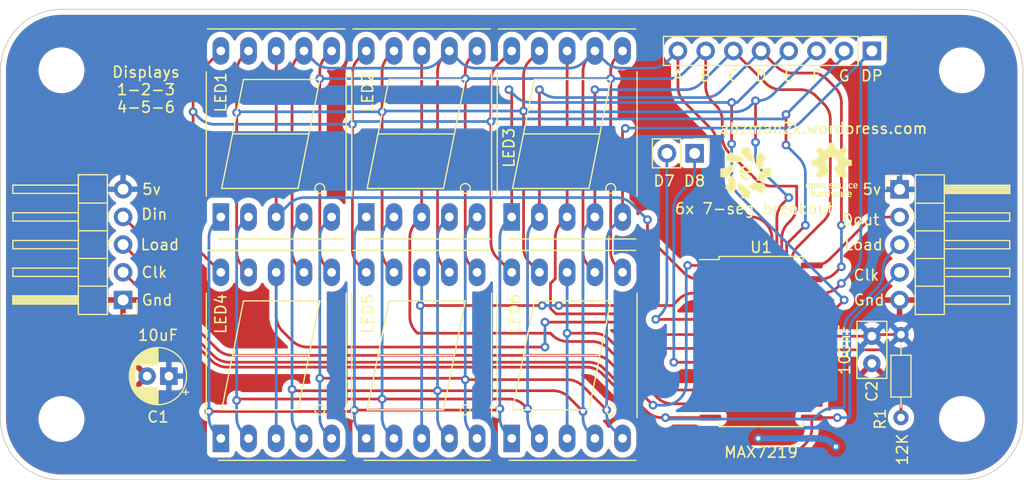
<source format=kicad_pcb>
(kicad_pcb (version 20211014) (generator pcbnew)
  (layers (0 "F.Cu" signal) (31 "B.Cu" signal) (34 "B.Paste" user) (35 "F.Paste" user) (36 "B.SilkS" user "B.Silkscreen") (37 "F.SilkS" user "F.Silkscreen") (38 "B.Mask" user) (39 "F.Mask" user) (44 "Edge.Cuts" user))
  (net 0 "")
  (net 1 "+5V")
  (net 2 "GND")
  (net 3 "/Clk")
  (net 4 "/Load")
  (net 5 "/Din")
  (net 6 "/Dout")
  (net 7 "/DP")
  (net 8 "/G")
  (net 9 "/F")
  (net 10 "/E")
  (net 11 "/D")
  (net 12 "/C")
  (net 13 "/B")
  (net 14 "/A")
  (net 15 "/D8")
  (net 16 "/D7")
  (net 17 "/D1")
  (net 18 "/D2")
  (net 19 "/D3")
  (net 20 "/D4")
  (net 21 "/D5")
  (net 22 "/D6")
  (net 23 "Net-(R1-Pad2)")
  (footprint "MountingHole:MountingHole_3.2mm_M3" (layer "F.Cu") (at 190.754 122.682)
    (fp_text reference "H2" hide)
    (fp_text value "MountingHole")
  )
  (footprint "MountingHole:MountingHole_3.2mm_M3" (layer "F.Cu") (at 190.754 90.678)
    (fp_text reference "H1" hide)
    (fp_text value "MountingHole")
  )
  (footprint "Capacitor_THT:CP_Radial_D5.0mm_P2.00mm" (layer "F.Cu") (at 118.049112 118.745 180)
    (fp_text reference "C1")
    (fp_text value "10uF")
  )
  (footprint "Display_7Segment:7SegmentLED_LTS6760_LTS6780" (layer "F.Cu") (at 136.144 104.14 90)
    (fp_text reference "LED2")
    (fp_text value "LTS-6980HR")
  )
  (footprint "MountingHole:MountingHole_3.2mm_M3" (layer "F.Cu") (at 108.204 90.678)
    (fp_text reference "H4" hide)
    (fp_text value "MountingHole")
  )
  (footprint "Connector_PinHeader_2.54mm:PinHeader_1x02_P2.54mm_Vertical" (layer "F.Cu") (at 166.248 98.298 -90)
    (fp_text reference "J4" hide)
    (fp_text value "Conn_01x02")
  )
  (footprint "Display_7Segment:7SegmentLED_LTS6760_LTS6780" (layer "F.Cu") (at 136.144 124.46 90)
    (fp_text reference "LED5")
    (fp_text value "LTS-6980HR")
  )
  (footprint "Display_7Segment:7SegmentLED_LTS6760_LTS6780" (layer "F.Cu") (at 149.479 104.14 90)
    (fp_text reference "LED3")
    (fp_text value "LTS-6980HR")
  )
  (footprint "Display_7Segment:7SegmentLED_LTS6760_LTS6780" (layer "F.Cu") (at 149.479 124.46 90)
    (fp_text reference "LED6")
    (fp_text value "LTS-6980HR")
  )
  (footprint "Resistor_THT:R_Axial_DIN0204_L3.6mm_D1.6mm_P7.62mm_Horizontal" (layer "F.Cu") (at 185.166 114.935 -90)
    (fp_text reference "R1")
    (fp_text value "12K")
  )
  (footprint "MountingHole:MountingHole_3.2mm_M3" (layer "F.Cu") (at 108.204 122.682)
    (fp_text reference "H3" hide)
    (fp_text value "MountingHole")
  )
  (footprint "Capacitor_THT:C_Disc_D5.0mm_W2.5mm_P2.50mm" (layer "F.Cu") (at 182.499 115.082 -90)
    (fp_text reference "C2")
    (fp_text value "100nF")
  )
  (footprint "Display_7Segment:7SegmentLED_LTS6760_LTS6780" (layer "F.Cu") (at 122.809 104.14 90)
    (fp_text reference "LED1")
    (fp_text value "LTS-6980HR")
  )
  (footprint "Display_7Segment:7SegmentLED_LTS6760_LTS6780" (layer "F.Cu") (at 122.809 124.46 90)
    (fp_text reference "LED4")
    (fp_text value "LTS-6980HR")
  )
  (footprint "Connector_PinHeader_2.54mm:PinHeader_1x08_P2.54mm_Vertical" (layer "F.Cu") (at 182.499 88.9 -90)
    (fp_text reference "J3" hide)
    (fp_text value "Conn_01x08")
  )
  (footprint "Connector_PinHeader_2.54mm:PinHeader_1x05_P2.54mm_Horizontal" (layer "F.Cu") (at 185.039 101.605)
    (fp_text reference "J2" hide)
    (fp_text value "Conn_01x05")
  )
  (footprint "Connector_PinHeader_2.54mm:PinHeader_1x05_P2.54mm_Horizontal" (layer "F.Cu") (at 113.849 111.755 180)
    (fp_text reference "J1" hide)
    (fp_text value "Conn_01x05")
  )
  (footprint "Package_SO:SOP-24_7.5x15.4mm_P1.27mm" (layer "F.Cu") (at 172.339 115.57)
    (fp_text reference "U1")
    (fp_text value "MAX7219")
  )
  (footprint "Evan's misc parts:Evan Logo" (layer "F.Cu") (at 170.942 100.076)
    (fp_text reference "G***" hide)
    (fp_text value "LOGO" hide)
  )
  (footprint "Evan's misc parts:OSHW gear" (layer "F.Cu") (at 178.816 99.822)
    (fp_text reference "G***" hide)
    (fp_text value "LOGO" hide)
  )
  (gr_arc (start 196.342 122.682) (mid 194.705313 126.633313) (end 190.754 128.27) (layer "Edge.Cuts") (width 0.1))
  (gr_arc (start 102.616001 90.424) (mid 104.339454 86.633803) (end 108.204 85.084231) (layer "Edge.Cuts") (width 0.1))
  (gr_arc (start 190.754 85.09) (mid 194.705313 86.726687) (end 196.342 90.678) (layer "Edge.Cuts") (width 0.1))
  (gr_line (start 102.616001 90.424) (end 102.616 122.682) (layer "Edge.Cuts") (width 0.1))
  (gr_arc (start 108.204 128.27) (mid 104.252687 126.633313) (end 102.616 122.682) (layer "Edge.Cuts") (width 0.1))
  (gr_line (start 108.204 128.27) (end 190.754 128.27) (layer "Edge.Cuts") (width 0.1))
  (gr_line (start 108.204 85.084231) (end 190.754 85.09) (layer "Edge.Cuts") (width 0.1))
  (gr_line (start 196.342 90.678) (end 196.342 122.682) (layer "Edge.Cuts") (width 0.1))
  (gr_text "DP" (at 182.499 91.186) (layer "F.SilkS") (effects (font (size 1 1))))
  (gr_text "Load" (at 181.737 106.68) (layer "F.SilkS") (effects (font (size 1 1))))
  (gr_text "5v" (at 182.499 101.6) (layer "F.SilkS") (effects (font (size 1 1))))
  (gr_text "Clk" (at 116.713 109.22) (layer "F.SilkS") (effects (font (size 1 1))))
  (gr_text "G" (at 179.959 91.186) (layer "F.SilkS") (effects (font (size 1 1))))
  (gr_text "C" (at 169.799 91.186) (layer "F.SilkS") (effects (font (size 1 1))))
  (gr_text "B" (at 167.259 91.186) (layer "F.SilkS") (effects (font (size 1 1))))
  (gr_text "Din" (at 116.713 103.886) (layer "F.SilkS") (effects (font (size 1 1))))
  (gr_text "abzman2k.wordpress.com" (at 178.054 96.012) (layer "F.SilkS") (effects (font (size 1 1))))
  (gr_text "A" (at 164.719 91.186) (layer "F.SilkS") (effects (font (size 1 1))))
  (gr_text "Dout" (at 181.483 104.394) (layer "F.SilkS") (effects (font (size 1 1))))
  (gr_text "Gnd" (at 116.967 111.76) (layer "F.SilkS") (effects (font (size 1 1))))
  (gr_text "E" (at 174.879 91.186) (layer "F.SilkS") (effects (font (size 1 1))))
  (gr_text "D7" (at 163.449 100.838) (layer "F.SilkS") (effects (font (size 1 1))))
  (gr_text "D" (at 172.339 91.186) (layer "F.SilkS") (effects (font (size 1 1))))
  (gr_text "Displays\n1-2-3\n4-5-6" (at 115.951 92.456) (layer "F.SilkS") (effects (font (size 1 1))))
  (gr_text "Load" (at 117.221 106.68) (layer "F.SilkS") (effects (font (size 1 1))))
  (gr_text "F" (at 177.419 91.186) (layer "F.SilkS") (effects (font (size 1 1))))
  (gr_text "5v" (at 116.459 101.6) (layer "F.SilkS") (effects (font (size 1 1))))
  (gr_text "Clk" (at 181.991 109.474) (layer "F.SilkS") (effects (font (size 1 1))))
  (gr_text "D8" (at 166.243 100.838) (layer "F.SilkS") (effects (font (size 1 1))))
  (gr_text "Gnd" (at 182.245 111.76) (layer "F.SilkS") (effects (font (size 1 1))))
  (gr_text "6x 7-seg breakout" (at 171.704 103.378) (layer "F.SilkS") (effects (font (size 1 1))))
  (segment (start 182.753 115.082) (end 177.136 115.082) (width 0.25) (layer "F.Cu") (net 1))
  (segment (start 185.166 114.935) (end 182.9 114.935) (width 0.25) (layer "F.Cu") (net 1))
  (segment (start 182.9 114.935) (end 182.753 115.082) (width 0.25) (layer "F.Cu") (net 1))
  (segment (start 177.136 115.082) (end 176.989 114.935) (width 0.25) (layer "F.Cu") (net 1))
  (via (at 172.085 124.46) (size 0.8) (drill 0.4) (layers "F.Cu" "B.Cu") (net 2))
  (via (at 179.197 125.222) (size 0.8) (drill 0.4) (layers "F.Cu" "B.Cu") (net 2))
  (segment (start 179.020787 125.045787) (end 179.197 125.222) (width 0.6) (layer "B.Cu") (net 2))
  (segment (start 172.085 124.46) (end 177.606573 124.46) (width 0.6) (layer "B.Cu") (net 2))
  (arc (start 177.606573 124.46) (mid 178.37194 124.612241) (end 179.020787 125.045787) (width 0.6) (layer "B.Cu") (net 2))
  (segment (start 176.989 122.555) (end 176.989 123.553573) (width 0.25) (layer "F.Cu") (net 3))
  (segment (start 156.335573 117.921) (end 123.383427 117.921) (width 0.25) (layer "F.Cu") (net 3))
  (segment (start 176.403213 124.967787) (end 176.226786 125.144214) (width 0.25) (layer "F.Cu") (net 3))
  (segment (start 164.387213 125.144213) (end 157.749786 118.506786) (width 0.25) (layer "F.Cu") (net 3))
  (segment (start 121.969213 117.335213) (end 113.849 109.215) (width 0.25) (layer "F.Cu") (net 3))
  (segment (start 174.812573 125.73) (end 165.801427 125.73) (width 0.25) (layer "F.Cu") (net 3))
  (segment (start 176.989 122.555) (end 179.324 122.555) (width 0.25) (layer "F.Cu") (net 3))
  (via (at 179.324 122.555) (size 0.8) (drill 0.4) (layers "F.Cu" "B.Cu") (net 3))
  (arc (start 165.801427 125.73) (mid 165.03606 125.577759) (end 164.387213 125.144213) (width 0.25) (layer "F.Cu") (net 3))
  (arc (start 176.226786 125.144214) (mid 175.57794 125.577759) (end 174.812573 125.73) (width 0.25) (layer "F.Cu") (net 3))
  (arc (start 123.383427 117.921) (mid 122.61806 117.768759) (end 121.969213 117.335213) (width 0.25) (layer "F.Cu") (net 3))
  (arc (start 176.989 123.553573) (mid 176.836759 124.31894) (end 176.403213 124.967787) (width 0.25) (layer "F.Cu") (net 3))
  (arc (start 156.335573 117.921) (mid 157.10094 118.073241) (end 157.749786 118.506786) (width 0.25) (layer "F.Cu") (net 3))
  (segment (start 185.039 109.225) (end 181.052786 113.211214) (width 0.25) (layer "B.Cu") (net 3))
  (segment (start 180.467 114.625427) (end 180.467 122.428) (width 0.25) (layer "B.Cu") (net 3))
  (segment (start 180.34 122.555) (end 179.324 122.555) (width 0.25) (layer "B.Cu") (net 3))
  (segment (start 180.467 122.428) (end 180.34 122.555) (width 0.25) (layer "B.Cu") (net 3))
  (arc (start 181.052786 113.211214) (mid 180.619241 113.86006) (end 180.467 114.625427) (width 0.25) (layer "B.Cu") (net 3))
  (segment (start 122.155411 116.885693) (end 116.123286 110.853568) (width 0.25) (layer "F.Cu") (net 4))
  (segment (start 167.689 122.555) (end 163.576 122.555) (width 0.25) (layer "F.Cu") (net 4))
  (segment (start 114.951713 107.777713) (end 113.849 106.675) (width 0.25) (layer "F.Cu") (net 4))
  (segment (start 156.521771 117.47148) (end 123.569625 117.47148) (width 0.25) (layer "F.Cu") (net 4))
  (segment (start 115.5375 109.439355) (end 115.5375 109.191927) (width 0.25) (layer "F.Cu") (net 4))
  (segment (start 161.847931 121.969213) (end 157.935984 118.057266) (width 0.25) (layer "F.Cu") (net 4))
  (segment (start 163.576 122.555) (end 163.262145 122.555) (width 0.25) (layer "F.Cu") (net 4))
  (via (at 163.576 122.555) (size 0.8) (drill 0.4) (layers "F.Cu" "B.Cu") (net 4))
  (arc (start 163.262145 122.555) (mid 162.496778 122.402759) (end 161.847931 121.969213) (width 0.25) (layer "F.Cu") (net 4))
  (arc (start 122.155411 116.885693) (mid 122.804258 117.319239) (end 123.569625 117.47148) (width 0.25) (layer "F.Cu") (net 4))
  (arc (start 116.123286 110.853568) (mid 115.689741 110.204722) (end 115.5375 109.439355) (width 0.25) (layer "F.Cu") (net 4))
  (arc (start 115.5375 109.191927) (mid 115.385259 108.42656) (end 114.951713 107.777713) (width 0.25) (layer "F.Cu") (net 4))
  (arc (start 156.521771 117.47148) (mid 157.287138 117.623721) (end 157.935984 118.057266) (width 0.25) (layer "F.Cu") (net 4))
  (segment (start 179.959 114.49771) (end 179.959 121.666) (width 0.25) (layer "B.Cu") (net 4))
  (segment (start 177.595213 122.251787) (end 177.419 122.428) (width 0.25) (layer "B.Cu") (net 4))
  (segment (start 177.165 122.682) (end 163.703 122.682) (width 0.25) (layer "B.Cu") (net 4))
  (segment (start 182.929214 110.699068) (end 180.544786 113.083497) (width 0.25) (layer "B.Cu") (net 4))
  (segment (start 177.419 122.428) (end 177.165 122.682) (width 0.25) (layer "B.Cu") (net 4))
  (segment (start 185.039 106.685) (end 184.100786 107.623214) (width 0.25) (layer "B.Cu") (net 4))
  (segment (start 179.959 121.666) (end 179.009427 121.666) (width 0.25) (layer "B.Cu") (net 4))
  (segment (start 183.515 109.037427) (end 183.515 109.284855) (width 0.25) (layer "B.Cu") (net 4))
  (arc (start 183.515 109.284855) (mid 183.362759 110.050222) (end 182.929214 110.699068) (width 0.25) (layer "B.Cu") (net 4))
  (arc (start 180.544786 113.083497) (mid 180.111241 113.732343) (end 179.959 114.49771) (width 0.25) (layer "B.Cu") (net 4))
  (arc (start 184.100786 107.623214) (mid 183.667241 108.27206) (end 183.515 109.037427) (width 0.25) (layer "B.Cu") (net 4))
  (arc (start 177.595213 122.251787) (mid 178.24406 121.818241) (end 179.009427 121.666) (width 0.25) (layer "B.Cu") (net 4))
  (segment (start 162.433 121.412) (end 158.446786 117.425786) (width 0.25) (layer "F.Cu") (net 5))
  (segment (start 114.824713 105.110713) (end 113.849 104.135) (width 0.25) (layer "F.Cu") (net 5))
  (segment (start 115.523572 106.760572) (end 115.4105 106.6475) (width 0.25) (layer "F.Cu") (net 5))
  (segment (start 115.4105 106.6475) (end 115.4105 106.524927) (width 0.25) (layer "F.Cu") (net 5))
  (segment (start 167.689 108.585) (end 165.608 108.585) (width 0.25) (layer "F.Cu") (net 5))
  (segment (start 157.032573 116.84) (end 123.891427 116.84) (width 0.25) (layer "F.Cu") (net 5))
  (segment (start 122.477213 116.254213) (end 116.695145 110.472145) (width 0.25) (layer "F.Cu") (net 5))
  (segment (start 116.109359 109.057932) (end 116.109359 108.174786) (width 0.25) (layer "F.Cu") (net 5))
  (via (at 165.608 108.585) (size 0.8) (drill 0.4) (layers "F.Cu" "B.Cu") (net 5))
  (via (at 162.433 121.412) (size 0.8) (drill 0.4) (layers "F.Cu" "B.Cu") (net 5))
  (arc (start 114.824713 105.110713) (mid 115.258259 105.75956) (end 115.4105 106.524927) (width 0.25) (layer "F.Cu") (net 5))
  (arc (start 157.032573 116.84) (mid 157.79794 116.992241) (end 158.446786 117.425786) (width 0.25) (layer "F.Cu") (net 5))
  (arc (start 115.523572 106.760572) (mid 115.957118 107.409419) (end 116.109359 108.174786) (width 0.25) (layer "F.Cu") (net 5))
  (arc (start 116.109359 109.057932) (mid 116.2616 109.823299) (end 116.695145 110.472145) (width 0.25) (layer "F.Cu") (net 5))
  (arc (start 123.891427 116.84) (mid 123.12606 116.687759) (end 122.477213 116.254213) (width 0.25) (layer "F.Cu") (net 5))
  (segment (start 165.481 108.712) (end 165.481 119.412) (width 0.25) (layer "B.Cu") (net 5))
  (segment (start 165.608 108.585) (end 165.481 108.712) (width 0.25) (layer "B.Cu") (net 5))
  (segment (start 163.481 121.412) (end 162.433 121.412) (width 0.25) (layer "B.Cu") (net 5))
  (arc (start 165.481 119.412) (mid 164.895214 120.826214) (end 163.481 121.412) (width 0.25) (layer "B.Cu") (net 5))
  (segment (start 178.639787 107.999213) (end 181.908214 104.730786) (width 0.25) (layer "F.Cu") (net 6))
  (segment (start 183.322427 104.145) (end 185.039 104.145) (width 0.25) (layer "F.Cu") (net 6))
  (segment (start 176.989 108.585) (end 177.225573 108.585) (width 0.25) (layer "F.Cu") (net 6))
  (arc (start 181.908214 104.730786) (mid 182.55706 104.297241) (end 183.322427 104.145) (width 0.25) (layer "F.Cu") (net 6))
  (arc (start 178.639787 107.999213) (mid 177.99094 108.432759) (end 177.225573 108.585) (width 0.25) (layer "F.Cu") (net 6))
  (segment (start 131.88248 118.94252) (end 145.09048 118.94252) (width 0.25) (layer "F.Cu") (net 7))
  (segment (start 159.893 96.012) (end 159.639 96.266) (width 0.25) (layer "F.Cu") (net 7))
  (segment (start 145.21748 119.06952) (end 154.577133 119.06952) (width 0.25) (layer "F.Cu") (net 7))
  (segment (start 179.401787 110.539213) (end 179.705 110.236) (width 0.25) (layer "F.Cu") (net 7))
  (segment (start 159.639 96.266) (end 159.639 104.14) (width 0.25) (layer "F.Cu") (net 7))
  (segment (start 145.09048 118.94252) (end 145.21748 119.06952) (width 0.25) (layer "F.Cu") (net 7))
  (segment (start 176.989 111.125) (end 177.987573 111.125) (width 0.25) (layer "F.Cu") (net 7))
  (segment (start 155.991347 119.655307) (end 158.18552 121.84948) (width 0.25) (layer "F.Cu") (net 7))
  (via (at 158.18552 121.84948) (size 0.8) (drill 0.4) (layers "F.Cu" "B.Cu") (net 7))
  (via (at 145.21748 119.06952) (size 0.8) (drill 0.4) (layers "F.Cu" "B.Cu") (net 7))
  (via (at 179.705 110.236) (size 0.8) (drill 0.4) (layers "F.Cu" "B.Cu") (net 7))
  (via (at 159.893 96.012) (size 0.8) (drill 0.4) (layers "F.Cu" "B.Cu") (net 7))
  (via (at 131.88248 118.94252) (size 0.8) (drill 0.4) (layers "F.Cu" "B.Cu") (net 7))
  (arc (start 154.577133 119.06952) (mid 155.3425 119.221761) (end 155.991347 119.655307) (width 0.25) (layer "F.Cu") (net 7))
  (arc (start 177.987573 111.125) (mid 178.75294 110.972759) (end 179.401787 110.539213) (width 0.25) (layer "F.Cu") (net 7))
  (segment (start 131.88248 118.94252) (end 131.88248 122.545053) (width 0.25) (layer "B.Cu") (net 7))
  (segment (start 159.924511 95.980489) (end 159.893 96.012) (width 0.25) (layer "B.Cu") (net 7))
  (segment (start 174.590084 95.980489) (end 159.924511 95.980489) (width 0.25) (layer "B.Cu") (net 7))
  (segment (start 132.468267 123.959267) (end 132.969 124.46) (width 0.25) (layer "B.Cu") (net 7))
  (segment (start 158.18552 121.84948) (end 158.18552 122.178093) (width 0.25) (layer "B.Cu") (net 7))
  (segment (start 145.803267 104.640733) (end 146.304 104.14) (width 0.25) (layer "B.Cu") (net 7))
  (segment (start 179.705 110.236) (end 180.897214 109.043786) (width 0.25) (layer "B.Cu") (net 7))
  (segment (start 182.499 88.9) (end 181.483 89.916) (width 0.25) (layer "B.Cu") (net 7))
  (segment (start 145.21748 122.545053) (end 145.21748 119.06952) (width 0.25) (layer "B.Cu") (net 7))
  (segment (start 131.88248 106.054947) (end 131.88248 118.94252) (width 0.25) (layer "B.Cu") (net 7))
  (segment (start 159.639 104.14) (end 158.771306 105.007694) (width 0.25) (layer "B.Cu") (net 7))
  (segment (start 181.483 107.629573) (end 181.483 89.916) (width 0.25) (layer "B.Cu") (net 7))
  (segment (start 146.304 124.46) (end 145.803266 123.959266) (width 0.25) (layer "B.Cu") (net 7))
  (segment (start 181.483 89.916) (end 176.004297 95.394703) (width 0.25) (layer "B.Cu") (net 7))
  (segment (start 158.771307 123.592307) (end 159.639 124.46) (width 0.25) (layer "B.Cu") (net 7))
  (segment (start 145.21748 119.06952) (end 145.21748 106.054947) (width 0.25) (layer "B.Cu") (net 7))
  (segment (start 158.18552 106.421907) (end 158.18552 121.84948) (width 0.25) (layer "B.Cu") (net 7))
  (segment (start 132.969 104.14) (end 132.468266 104.640734) (width 0.25) (layer "B.Cu") (net 7))
  (arc (start 176.004297 95.394703) (mid 175.355451 95.828248) (end 174.590084 95.980489) (width 0.25) (layer "B.Cu") (net 7))
  (arc (start 145.803267 104.640733) (mid 145.369721 105.28958) (end 145.21748 106.054947) (width 0.25) (layer "B.Cu") (net 7))
  (arc (start 180.897214 109.043786) (mid 181.330759 108.39494) (end 181.483 107.629573) (width 0.25) (layer "B.Cu") (net 7))
  (arc (start 145.803266 123.959266) (mid 145.369721 123.31042) (end 145.21748 122.545053) (width 0.25) (layer "B.Cu") (net 7))
  (arc (start 158.18552 122.178093) (mid 158.337761 122.94346) (end 158.771307 123.592307) (width 0.25) (layer "B.Cu") (net 7))
  (arc (start 132.468266 104.640734) (mid 132.034721 105.28958) (end 131.88248 106.054947) (width 0.25) (layer "B.Cu") (net 7))
  (arc (start 132.468267 123.959267) (mid 132.034721 123.31042) (end 131.88248 122.545053) (width 0.25) (layer "B.Cu") (net 7))
  (arc (start 158.771306 105.007694) (mid 158.337761 105.65654) (end 158.18552 106.421907) (width 0.25) (layer "B.Cu") (net 7))
  (segment (start 120.269 94.488) (end 120.269 92.268427) (width 0.25) (layer "F.Cu") (net 8))
  (segment (start 134.874 107.121573) (end 134.874 95.631) (width 0.25) (layer "F.Cu") (net 8))
  (segment (start 149.479 109.22) (end 148.159786 107.900786) (width 0.25) (layer "F.Cu") (net 8))
  (segment (start 147.574 94.107) (end 147.574 91.633427) (width 0.25) (layer "F.Cu") (net 8))
  (segment (start 174.68348 106.87552) (end 174.68348 106.62152) (width 0.25) (layer "F.Cu") (net 8))
  (segment (start 120.269 105.851573) (end 120.269 94.488) (width 0.25) (layer "F.Cu") (net 8))
  (segment (start 176.605606 117.475) (end 175.269266 116.13866) (width 0.25) (layer "F.Cu") (net 8))
  (segment (start 174.68348 107.255802) (end 174.68348 106.87552) (width 0.25) (layer "F.Cu") (net 8))
  (segment (start 122.809 109.22) (end 120.854786 107.265786) (width 0.25) (layer "F.Cu") (net 8))
  (segment (start 136.144 109.22) (end 135.459786 108.535786) (width 0.25) (layer "F.Cu") (net 8))
  (segment (start 148.159787 90.219213) (end 149.479 88.9) (width 0.25) (layer "F.Cu") (net 8))
  (segment (start 120.854787 90.854213) (end 122.809 88.9) (width 0.25) (layer "F.Cu") (net 8))
  (segment (start 174.68348 106.62152) (end 176.403 104.902) (width 0.25) (layer "F.Cu") (net 8))
  (segment (start 174.625 94.742) (end 174.625 97.536) (width 0.25) (layer "F.Cu") (net 8))
  (segment (start 147.574 106.486573) (end 147.574 95.377) (width 0.25) (layer "F.Cu") (net 8))
  (segment (start 147.574 95.377) (end 147.574 94.107) (width 0.25) (layer "F.Cu") (net 8))
  (segment (start 134.874 95.631) (end 134.874 90.998427) (width 0.25) (layer "F.Cu") (net 8))
  (segment (start 176.989 117.475) (end 176.605606 117.475) (width 0.25) (layer "F.Cu") (net 8))
  (segment (start 174.68348 114.724447) (end 174.68348 107.255802) (width 0.25) (layer "F.Cu") (net 8))
  (segment (start 135.459787 89.584213) (end 136.144 88.9) (width 0.25) (layer "F.Cu") (net 8))
  (via (at 120.269 94.488) (size 0.8) (drill 0.4) (layers "F.Cu" "B.Cu") (net 8))
  (via (at 174.625 97.536) (size 0.8) (drill 0.4) (layers "F.Cu" "B.Cu") (net 8))
  (via (at 134.874 95.631) (size 0.8) (drill 0.4) (layers "F.Cu" "B.Cu") (net 8))
  (via (at 176.403 104.902) (size 0.8) (drill 0.4) (layers "F.Cu" "B.Cu") (net 8))
  (via (at 174.625 94.742) (size 0.8) (drill 0.4) (layers "F.Cu" "B.Cu") (net 8))
  (via (at 147.574 95.377) (size 0.8) (drill 0.4) (layers "F.Cu" "B.Cu") (net 8))
  (arc (start 148.159786 107.900786) (mid 147.726241 107.25194) (end 147.574 106.486573) (width 0.25) (layer "F.Cu") (net 8))
  (arc (start 134.874 90.998427) (mid 135.026241 90.23306) (end 135.459787 89.584213) (width 0.25) (layer "F.Cu") (net 8))
  (arc (start 175.269266 116.13866) (mid 174.835721 115.489814) (end 174.68348 114.724447) (width 0.25) (layer "F.Cu") (net 8))
  (arc (start 120.269 92.268427) (mid 120.421241 91.50306) (end 120.854787 90.854213) (width 0.25) (layer "F.Cu") (net 8))
  (arc (start 120.269 105.851573) (mid 120.421241 106.61694) (end 120.854786 107.265786) (width 0.25) (layer "F.Cu") (net 8))
  (arc (start 134.874 107.121573) (mid 135.026241 107.88694) (end 135.459786 108.535786) (width 0.25) (layer "F.Cu") (net 8))
  (arc (start 147.574 91.633427) (mid 147.726241 90.86806) (end 148.159787 90.219213) (width 0.25) (layer "F.Cu") (net 8))
  (segment (start 179.959 89.408) (end 179.959 88.9) (width 0.25) (layer "B.Cu") (net 8))
  (segment (start 175.817213 98.728213) (end 174.625 97.536) (width 0.25) (layer "B.Cu") (net 8))
  (segment (start 174.352 95.142) (end 147.809 95.142) (width 0.25) (layer "B.Cu") (net 8))
  (segment (start 135.128 95.377) (end 147.574 95.377) (width 0.25) (layer "B.Cu") (net 8))
  (segment (start 176.403 104.902) (end 176.403 100.142427) (width 0.25) (layer "B.Cu") (net 8))
  (segment (start 174.625 94.742) (end 174.625 94.869) (width 0.25) (layer "B.Cu") (net 8))
  (segment (start 174.625 94.869) (end 174.352 95.142) (width 0.25) (layer "B.Cu") (net 8))
  (segment (start 134.874 95.631) (end 122.240427 95.631) (width 0.25) (layer "B.Cu") (net 8))
  (segment (start 134.874 95.631) (end 135.128 95.377) (width 0.25) (layer "B.Cu") (net 8))
  (segment (start 174.625 94.742) (end 179.959 89.408) (width 0.25) (layer "B.Cu") (net 8))
  (segment (start 120.826213 95.045213) (end 120.269 94.488) (width 0.25) (layer "B.Cu") (net 8))
  (segment (start 147.809 95.142) (end 147.574 95.377) (width 0.25) (layer "B.Cu") (net 8))
  (arc (start 176.403 100.142427) (mid 176.250759 99.37706) (end 175.817213 98.728213) (width 0.25) (layer "B.Cu") (net 8))
  (arc (start 122.240427 95.631) (mid 121.47506 95.478759) (end 120.826213 95.045213) (width 0.25) (layer "B.Cu") (net 8))
  (segment (start 151.151298 108.352298) (end 152.019 109.22) (width 0.25) (layer "F.Cu") (net 9))
  (segment (start 138.684 88.9) (end 138.183266 89.400734) (width 0.25) (layer "F.Cu") (net 9))
  (segment (start 173.78444 116.365407) (end 173.78444 104.284987) (width 0.25) (layer "F.Cu") (net 9))
  (segment (start 176.605606 120.015) (end 174.370226 117.77962) (width 0.25) (layer "F.Cu") (net 9))
  (segment (start 124.26248 94.55852) (end 124.26248 107.305053) (width 0.25) (layer "F.Cu") (net 9))
  (segment (start 174.370227 102.870773) (end 174.879 102.362) (width 0.25) (layer "F.Cu") (net 9))
  (segment (start 124.26248 90.814947) (end 124.26248 94.55852) (width 0.25) (layer "F.Cu") (net 9))
  (segment (start 150.565511 91.181916) (end 150.565511 94.417489) (width 0.25) (layer "F.Cu") (net 9))
  (segment (start 137.59748 90.814947) (end 137.59748 94.93952) (width 0.25) (layer "F.Cu") (net 9))
  (segment (start 150.565511 94.417489) (end 150.565511 106.938084) (width 0.25) (layer "F.Cu") (net 9))
  (segment (start 124.848267 108.719267) (end 125.349 109.22) (width 0.25) (layer "F.Cu") (net 9))
  (segment (start 137.59748 94.93952) (end 137.59748 107.305053) (width 0.25) (layer "F.Cu") (net 9))
  (segment (start 125.349 88.9) (end 124.848266 89.400734) (width 0.25) (layer "F.Cu") (net 9))
  (segment (start 176.989 120.015) (end 176.605606 120.015) (width 0.25) (layer "F.Cu") (net 9))
  (segment (start 152.019 88.9) (end 151.151297 89.767703) (width 0.25) (layer "F.Cu") (net 9))
  (segment (start 171.831 93.472) (end 171.831 97.282) (width 0.25) (layer "F.Cu") (net 9))
  (segment (start 138.183267 108.719267) (end 138.684 109.22) (width 0.25) (layer "F.Cu") (net 9))
  (via (at 174.879 102.362) (size 0.8) (drill 0.4) (layers "F.Cu" "B.Cu") (net 9))
  (via (at 137.59748 94.488) (size 0.8) (drill 0.4) (layers "F.Cu" "B.Cu") (net 9))
  (via (at 150.565511 94.417489) (size 0.8) (drill 0.4) (layers "F.Cu" "B.Cu") (net 9))
  (via (at 171.831 97.282) (size 0.8) (drill 0.4) (layers "F.Cu" "B.Cu") (net 9))
  (via (at 124.26248 94.55852) (size 0.8) (drill 0.4) (layers "F.Cu" "B.Cu") (net 9))
  (via (at 171.831 93.472) (size 0.8) (drill 0.4) (layers "F.Cu" "B.Cu") (net 9))
  (arc (start 124.26248 107.305053) (mid 124.414721 108.07042) (end 124.848267 108.719267) (width 0.25) (layer "F.Cu") (net 9))
  (arc (start 124.26248 90.814947) (mid 124.414721 90.04958) (end 124.848266 89.400734) (width 0.25) (layer "F.Cu") (net 9))
  (arc (start 173.78444 116.365407) (mid 173.936681 117.130774) (end 174.370226 117.77962) (width 0.25) (layer "F.Cu") (net 9))
  (arc (start 150.565511 106.938084) (mid 150.717752 107.703451) (end 151.151298 108.352298) (width 0.25) (layer "F.Cu") (net 9))
  (arc (start 137.59748 90.814947) (mid 137.749721 90.04958) (end 138.183266 89.400734) (width 0.25) (layer "F.Cu") (net 9))
  (arc (start 150.565511 91.181916) (mid 150.717752 90.416549) (end 151.151297 89.767703) (width 0.25) (layer "F.Cu") (net 9))
  (arc (start 174.370227 102.870773) (mid 173.936681 103.51962) (end 173.78444 104.284987) (width 0.25) (layer "F.Cu") (net 9))
  (arc (start 137.59748 107.305053) (mid 137.749721 108.07042) (end 138.183267 108.719267) (width 0.25) (layer "F.Cu") (net 9))
  (segment (start 137.59748 94.488) (end 124.333 94.488) (width 0.25) (layer "B.Cu") (net 9))
  (segment (start 177.419 88.9) (end 173.432786 92.886214) (width 0.25) (layer "B.Cu") (net 9))
  (segment (start 171.831 98.485573) (end 171.831 97.282) (width 0.25) (layer "B.Cu") (net 9))
  (segment (start 124.333 94.488) (end 124.26248 94.55852) (width 0.25) (layer "B.Cu") (net 9))
  (segment (start 171.831 93.472) (end 172.018573 93.472) (width 0.25) (layer "B.Cu") (net 9))
  (segment (start 150.565511 94.417489) (end 137.667991 94.417489) (width 0.25) (layer "B.Cu") (net 9))
  (segment (start 171.400787 93.902213) (end 171.831 93.472) (width 0.25) (layer "B.Cu") (net 9))
  (segment (start 137.667991 94.417489) (end 137.59748 94.488) (width 0.25) (layer "B.Cu") (net 9))
  (segment (start 169.986573 94.488) (end 150.749 94.488) (width 0.25) (layer "B.Cu") (net 9))
  (segment (start 174.879 102.362) (end 172.416786 99.899786) (width 0.25) (layer "B.Cu") (net 9))
  (arc (start 173.432786 92.886214) (mid 172.78394 93.319759) (end 172.018573 93.472) (width 0.25) (layer "B.Cu") (net 9))
  (arc (start 171.831 98.485573) (mid 171.983241 99.25094) (end 172.416786 99.899786) (width 0.25) (layer "B.Cu") (net 9))
  (arc (start 169.986573 94.488) (mid 170.75194 94.335759) (end 171.400787 93.902213) (width 0.25) (layer "B.Cu") (net 9))
  (segment (start 121.72248 121.99052) (end 134.93048 121.99052) (width 0.25) (layer "F.Cu") (net 10))
  (segment (start 149.479 92.71) (end 149.479 104.14) (width 0.25) (layer "F.Cu") (net 10))
  (segment (start 135.05748 121.86352) (end 148.26548 121.86352) (width 0.25) (layer "F.Cu") (net 10))
  (segment (start 169.640969 93.630031) (end 169.640969 97.440031) (width 0.25) (layer "F.Cu") (net 10))
  (segment (start 149.225 92.456) (end 149.479 92.71) (width 0.25) (layer "F.Cu") (net 10))
  (segment (start 134.93048 121.99052) (end 135.05748 121.86352) (width 0.25) (layer "F.Cu") (net 10))
  (segment (start 179.07 112.395) (end 179.324 112.395) (width 0.25) (layer "F.Cu") (net 10))
  (segment (start 148.26548 121.86352) (end 148.39248 121.73652) (width 0.25) (layer "F.Cu") (net 10))
  (segment (start 179.324 112.395) (end 179.959 111.76) (width 0.25) (layer "F.Cu") (net 10))
  (segment (start 176.989 112.395) (end 179.07 112.395) (width 0.25) (layer "F.Cu") (net 10))
  (via (at 135.05748 121.86352) (size 0.8) (drill 0.4) (layers "F.Cu" "B.Cu") (net 10))
  (via (at 169.640969 93.630031) (size 0.8) (drill 0.4) (layers "F.Cu" "B.Cu") (net 10))
  (via (at 179.959 111.76) (size 0.8) (drill 0.4) (layers "F.Cu" "B.Cu") (net 10))
  (via (at 149.225 92.456) (size 0.8) (drill 0.4) (layers "F.Cu" "B.Cu") (net 10))
  (via (at 169.640969 97.440031) (size 0.8) (drill 0.4) (layers "F.Cu" "B.Cu") (net 10))
  (via (at 121.72248 121.99052) (size 0.8) (drill 0.4) (layers "F.Cu" "B.Cu") (net 10))
  (via (at 148.39248 121.73652) (size 0.8) (drill 0.4) (layers "F.Cu" "B.Cu") (net 10))
  (segment (start 121.72248 106.054947) (end 121.72248 121.99052) (width 0.25) (layer "B.Cu") (net 10))
  (segment (start 169.640969 100.613542) (end 169.640969 97.440031) (width 0.25) (layer "B.Cu") (net 10))
  (segment (start 148.39248 121.73652) (end 148.39248 122.545053) (width 0.25) (layer "B.Cu") (net 10))
  (segment (start 169.640969 93.630031) (end 151.227458 93.630031) (width 0.25) (layer "B.Cu") (net 10))
  (segment (start 135.05748 121.86352) (end 135.05748 122.545053) (width 0.25) (layer "B.Cu") (net 10))
  (segment (start 135.643267 123.959267) (end 136.144 124.46) (width 0.25) (layer "B.Cu") (net 10))
  (segment (start 179.959 111.76) (end 170.226755 102.027755) (width 0.25) (layer "B.Cu") (net 10))
  (segment (start 174.879 88.9) (end 170.148969 93.630031) (width 0.25) (layer "B.Cu") (net 10))
  (segment (start 135.05748 106.054947) (end 135.05748 121.86352) (width 0.25) (layer "B.Cu") (net 10))
  (segment (start 122.308267 123.959267) (end 122.809 124.46) (width 0.25) (layer "B.Cu") (net 10))
  (segment (start 149.479 104.14) (end 148.978266 104.640734) (width 0.25) (layer "B.Cu") (net 10))
  (segment (start 149.813244 93.044244) (end 149.225 92.456) (width 0.25) (layer "B.Cu") (net 10))
  (segment (start 148.39248 106.054947) (end 148.39248 121.73652) (width 0.25) (layer "B.Cu") (net 10))
  (segment (start 122.809 104.14) (end 122.308266 104.640734) (width 0.25) (layer "B.Cu") (net 10))
  (segment (start 170.148969 93.630031) (end 169.640969 93.630031) (width 0.25) (layer "B.Cu") (net 10))
  (segment (start 148.978267 123.959267) (end 149.479 124.46) (width 0.25) (layer "B.Cu") (net 10))
  (segment (start 136.144 104.14) (end 135.643266 104.640734) (width 0.25) (layer "B.Cu") (net 10))
  (segment (start 121.72248 121.99052) (end 121.72248 122.545053) (width 0.25) (layer "B.Cu") (net 10))
  (arc (start 148.978266 104.640734) (mid 148.544721 105.28958) (end 148.39248 106.054947) (width 0.25) (layer "B.Cu") (net 10))
  (arc (start 148.39248 122.545053) (mid 148.544721 123.31042) (end 148.978267 123.959267) (width 0.25) (layer "B.Cu") (net 10))
  (arc (start 151.227458 93.630031) (mid 150.462091 93.47779) (end 149.813244 93.044244) (width 0.25) (layer "B.Cu") (net 10))
  (arc (start 169.640969 100.613542) (mid 169.79321 101.378909) (end 170.226755 102.027755) (width 0.25) (layer "B.Cu") (net 10))
  (arc (start 135.05748 106.054947) (mid 135.209721 105.28958) (end 135.643266 104.640734) (width 0.25) (layer "B.Cu") (net 10))
  (arc (start 122.308267 123.959267) (mid 121.874721 123.31042) (end 121.72248 122.545053) (width 0.25) (layer "B.Cu") (net 10))
  (arc (start 121.72248 106.054947) (mid 121.874721 105.28958) (end 122.308266 104.640734) (width 0.25) (layer "B.Cu") (net 10))
  (arc (start 135.05748 122.545053) (mid 135.209721 123.31042) (end 135.643267 123.959267) (width 0.25) (layer "B.Cu") (net 10))
  (segment (start 176.989 109.855) (end 177.733573 109.855) (width 0.25) (layer "F.Cu") (net 11))
  (segment (start 137.59748 120.84752) (end 124.38948 120.84752) (width 0.25) (layer "F.Cu") (net 11))
  (segment (start 149.215053 120.84752) (end 137.59748 120.84752) (width 0.25) (layer "F.Cu") (net 11))
  (segment (start 175.199427 90.932) (end 176.971573 90.932) (width 0.25) (layer "F.Cu") (net 11))
  (segment (start 124.38948 120.84752) (end 124.26248 120.97452) (width 0.25) (layer "F.Cu") (net 11))
  (segment (start 179.705 93.665427) (end 179.705 104.902) (width 0.25) (layer "F.Cu") (net 11))
  (segment (start 172.339 88.9) (end 173.785214 90.346214) (width 0.25) (layer "F.Cu") (net 11))
  (segment (start 179.147787 109.269213) (end 179.705 108.712) (width 0.25) (layer "F.Cu") (net 11))
  (segment (start 150.93248 121.73652) (end 150.629266 121.433306) (width 0.25) (layer "F.Cu") (net 11))
  (segment (start 178.385787 91.517787) (end 179.119214 92.251214) (width 0.25) (layer "F.Cu") (net 11))
  (segment (start 152.019 92.456) (end 152.019 104.14) (width 0.25) (layer "F.Cu") (net 11))
  (via (at 137.59748 120.84752) (size 0.8) (drill 0.4) (layers "F.Cu" "B.Cu") (net 11))
  (via (at 124.26248 120.97452) (size 0.8) (drill 0.4) (layers "F.Cu" "B.Cu") (net 11))
  (via (at 150.93248 121.73652) (size 0.8) (drill 0.4) (layers "F.Cu" "B.Cu") (net 11))
  (via (at 179.705 108.712) (size 0.8) (drill 0.4) (layers "F.Cu" "B.Cu") (net 11))
  (via (at 179.705 104.902) (size 0.8) (drill 0.4) (layers "F.Cu" "B.Cu") (net 11))
  (via (at 152.019 92.456) (size 0.8) (drill 0.4) (layers "F.Cu" "B.Cu") (net 11))
  (arc (start 173.785214 90.346214) (mid 174.43406 90.779759) (end 175.199427 90.932) (width 0.25) (layer "F.Cu") (net 11))
  (arc (start 178.385787 91.517787) (mid 177.73694 91.084241) (end 176.971573 90.932) (width 0.25) (layer "F.Cu") (net 11))
  (arc (start 179.147787 109.269213) (mid 178.49894 109.702759) (end 177.733573 109.855) (width 0.25) (layer "F.Cu") (net 11))
  (arc (start 179.705 93.665427) (mid 179.552759 92.90006) (end 179.119214 92.251214) (width 0.25) (layer "F.Cu") (net 11))
  (arc (start 149.215053 120.84752) (mid 149.98042 120.999761) (end 150.629266 121.433306) (width 0.25) (layer "F.Cu") (net 11))
  (segment (start 179.705 108.712) (end 179.705 104.902) (width 0.25) (layer "B.Cu") (net 11))
  (segment (start 137.59748 120.84752) (end 137.59748 122.545053) (width 0.25) (layer "B.Cu") (net 11))
  (segment (start 150.93248 106.054947) (end 150.93248 121.73652) (width 0.25) (layer "B.Cu") (net 11))
  (segment (start 172.339 88.9) (end 168.644275 92.594725) (width 0.25) (layer "B.Cu") (net 11))
  (segment (start 151.518267 123.959267) (end 152.019 124.46) (width 0.25) (layer "B.Cu") (net 11))
  (segment (start 137.59748 106.054947) (end 137.59748 120.84752) (width 0.25) (layer "B.Cu") (net 11))
  (segment (start 124.848267 123.959267) (end 125.349 124.46) (width 0.25) (layer "B.Cu") (net 11))
  (segment (start 124.26248 106.054947) (end 124.26248 120.97452) (width 0.25) (layer "B.Cu") (net 11))
  (segment (start 150.93248 121.73652) (end 150.93248 122.545053) (width 0.25) (layer "B.Cu") (net 11))
  (segment (start 138.684 104.14) (end 138.183266 104.640734) (width 0.25) (layer "B.Cu") (net 11))
  (segment (start 124.26248 120.97452) (end 124.26248 122.545053) (width 0.25) (layer "B.Cu") (net 11))
  (segment (start 138.183267 123.959267) (end 138.684 124.46) (width 0.25) (layer "B.Cu") (net 11))
  (segment (start 152.019 104.14) (end 151.518266 104.640734) (width 0.25) (layer "B.Cu") (net 11))
  (segment (start 152.157724 92.594724) (end 152.019 92.456) (width 0.25) (layer "B.Cu") (net 11))
  (segment (start 125.349 104.14) (end 124.848266 104.640734) (width 0.25) (layer "B.Cu") (net 11))
  (segment (start 167.230062 93.180511) (end 153.571938 93.180511) (width 0.25) (layer "B.Cu") (net 11))
  (arc (start 150.93248 106.054947) (mid 151.084721 105.28958) (end 151.518266 104.640734) (width 0.25) (layer "B.Cu") (net 11))
  (arc (start 137.59748 122.545053) (mid 137.749721 123.31042) (end 138.183267 123.959267) (width 0.25) (layer "B.Cu") (net 11))
  (arc (start 152.157724 92.594724) (mid 152.806571 93.02827) (end 153.571938 93.180511) (width 0.25) (layer "B.Cu") (net 11))
  (arc (start 124.848267 123.959267) (mid 124.414721 123.31042) (end 124.26248 122.545053) (width 0.25) (layer "B.Cu") (net 11))
  (arc (start 124.848266 104.640734) (mid 124.414721 105.28958) (end 124.26248 106.054947) (width 0.25) (layer "B.Cu") (net 11))
  (arc (start 168.644275 92.594725) (mid 167.995429 93.02827) (end 167.230062 93.180511) (width 0.25) (layer "B.Cu") (net 11))
  (arc (start 151.518267 123.959267) (mid 151.084721 123.31042) (end 150.93248 122.545053) (width 0.25) (layer "B.Cu") (net 11))
  (arc (start 137.59748 106.054947) (mid 137.749721 105.28958) (end 138.183266 104.640734) (width 0.25) (layer "B.Cu") (net 11))
  (segment (start 157.099 92.456) (end 157.099 104.14) (width 0.25) (layer "F.Cu") (net 12))
  (segment (start 169.799 88.9) (end 172.769214 91.870214) (width 0.25) (layer "F.Cu") (net 12))
  (segment (start 178.689 95.189427) (end 178.689 103.057573) (width 0.25) (layer "F.Cu") (net 12))
  (segment (start 129.46948 120.08552) (end 129.34248 119.95852) (width 0.25) (layer "F.Cu") (net 12))
  (segment (start 175.718787 112.778181) (end 176.605606 113.665) (width 0.25) (layer "F.Cu") (net 12))
  (segment (start 175.133 108.270427) (end 175.133 111.363967) (width 0.25) (layer "F.Cu") (net 12))
  (segment (start 178.103213 104.471787) (end 175.718786 106.856214) (width 0.25) (layer "F.Cu") (net 12))
  (segment (start 176.605606 113.665) (end 176.989 113.665) (width 0.25) (layer "F.Cu") (net 12))
  (segment (start 142.67748 120.08552) (end 129.46948 120.08552) (width 0.25) (layer "F.Cu") (net 12))
  (segment (start 156.01248 121.99052) (end 154.693266 120.671306) (width 0.25) (layer "F.Cu") (net 12))
  (segment (start 177.369787 93.041787) (end 178.103214 93.775214) (width 0.25) (layer "F.Cu") (net 12))
  (segment (start 174.183427 92.456) (end 175.955573 92.456) (width 0.25) (layer "F.Cu") (net 12))
  (segment (start 153.279053 120.08552) (end 142.67748 120.08552) (width 0.25) (layer "F.Cu") (net 12))
  (via (at 157.099 92.456) (size 0.8) (drill 0.4) (layers "F.Cu" "B.Cu") (net 12))
  (via (at 142.67748 120.08552) (size 0.8) (drill 0.4) (layers "F.Cu" "B.Cu") (net 12))
  (via (at 156.01248 121.99052) (size 0.8) (drill 0.4) (layers "F.Cu" "B.Cu") (net 12))
  (via (at 129.34248 119.95852) (size 0.8) (drill 0.4) (layers "F.Cu" "B.Cu") (net 12))
  (arc (start 175.718786 106.856214) (mid 175.285241 107.50506) (end 175.133 108.270427) (width 0.25) (layer "F.Cu") (net 12))
  (arc (start 177.369787 93.041787) (mid 176.72094 92.608241) (end 175.955573 92.456) (width 0.25) (layer "F.Cu") (net 12))
  (arc (start 175.133 111.363967) (mid 175.285241 112.129334) (end 175.718787 112.778181) (width 0.25) (layer "F.Cu") (net 12))
  (arc (start 172.769214 91.870214) (mid 173.41806 92.303759) (end 174.183427 92.456) (width 0.25) (layer "F.Cu") (net 12))
  (arc (start 178.103214 93.775214) (mid 178.536759 94.42406) (end 178.689 95.189427) (width 0.25) (layer "F.Cu") (net 12))
  (arc (start 154.693266 120.671306) (mid 154.04442 120.237761) (end 153.279053 120.08552) (width 0.25) (layer "F.Cu") (net 12))
  (arc (start 178.689 103.057573) (mid 178.536759 103.82294) (end 178.103213 104.471787) (width 0.25) (layer "F.Cu") (net 12))
  (segment (start 156.598267 123.959267) (end 157.099 124.46) (width 0.25) (layer "B.Cu") (net 12))
  (segment (start 157.099 92.456) (end 165.414573 92.456) (width 0.25) (layer "B.Cu") (net 12))
  (segment (start 143.764 104.14) (end 143.263266 104.640734) (width 0.25) (layer "B.Cu") (net 12))
  (segment (start 156.01248 106.054947) (end 156.01248 121.99052) (width 0.25) (layer "B.Cu") (net 12))
  (segment (start 129.928267 123.959267) (end 130.429 124.46) (width 0.25) (layer "B.Cu") (net 12))
  (segment (start 129.34248 119.95852) (end 129.34248 122.545053) (width 0.25) (layer "B.Cu") (net 12))
  (segment (start 142.67748 106.054947) (end 142.67748 120.08552) (width 0.25) (layer "B.Cu") (net 12))
  (segment (start 157.099 104.14) (end 156.598266 104.640734) (width 0.25) (layer "B.Cu") (net 12))
  (segment (start 129.34248 106.054947) (end 129.34248 119.95852) (width 0.25) (layer "B.Cu") (net 12))
  (segment (start 143.263267 123.959267) (end 143.764 124.46) (width 0.25) (layer "B.Cu") (net 12))
  (segment (start 156.01248 121.99052) (end 156.01248 122.545053) (width 0.25) (layer "B.Cu") (net 12))
  (segment (start 130.429 104.14) (end 129.928266 104.640734) (width 0.25) (layer "B.Cu") (net 12))
  (segment (start 166.828787 91.870213) (end 169.799 88.9) (width 0.25) (layer "B.Cu") (net 12))
  (segment (start 142.67748 120.08552) (end 142.67748 122.545053) (width 0.25) (layer "B.Cu") (net 12))
  (arc (start 156.01248 106.054947) (mid 156.164721 105.28958) (end 156.598266 104.640734) (width 0.25) (layer "B.Cu") (net 12))
  (arc (start 143.263266 104.640734) (mid 142.829721 105.28958) (end 142.67748 106.054947) (width 0.25) (layer "B.Cu") (net 12))
  (arc (start 143.263267 123.959267) (mid 142.829721 123.31042) (end 142.67748 122.545053) (width 0.25) (layer "B.Cu") (net 12))
  (arc (start 129.928267 123.959267) (mid 129.494721 123.31042) (end 129.34248 122.545053) (width 0.25) (layer "B.Cu") (net 12))
  (arc (start 166.828787 91.870213) (mid 166.17994 92.303759) (end 165.414573 92.456) (width 0.25) (layer "B.Cu") (net 12))
  (arc (start 156.01248 122.545053) (mid 156.164721 123.31042) (end 156.598267 123.959267) (width 0.25) (layer "B.Cu") (net 12))
  (arc (start 129.928266 104.640734) (mid 129.494721 105.28958) (end 129.34248 106.054947) (width 0.25) (layer "B.Cu") (net 12))
  (segment (start 175.603511 101.308511) (end 173.313262 101.308511) (width 0.25) (layer "F.Cu") (net 13))
  (segment (start 159.138267 108.719267) (end 159.639 109.22) (width 0.25) (layer "F.Cu") (net 13))
  (segment (start 131.88248 90.814947) (end 131.88248 91.89152) (width 0.25) (layer "F.Cu") (net 13))
  (segment (start 168.783 96.778249) (end 168.783 95.316427) (width 0.25) (layer "F.Cu") (net 13))
  (segment (start 174.23396 106.121467) (end 174.23396 115.544927) (width 0.25) (layer "F.Cu") (net 13))
  (segment (start 159.639 88.9) (end 159.138266 89.400734) (width 0.25) (layer "F.Cu") (net 13))
  (segment (start 158.55248 91.89152) (end 158.55248 107.305053) (width 0.25) (layer "F.Cu") (net 13))
  (segment (start 176.605606 118.745) (end 176.989 118.745) (width 0.25) (layer "F.Cu") (net 13))
  (segment (start 146.304 88.9) (end 145.803266 89.400734) (width 0.25) (layer "F.Cu") (net 13))
  (segment (start 145.21748 90.814947) (end 145.21748 91.89152) (width 0.25) (layer "F.Cu") (net 13))
  (segment (start 145.803267 108.719267) (end 146.304 109.22) (width 0.25) (layer "F.Cu") (net 13))
  (segment (start 131.88248 91.89152) (end 131.88248 107.305053) (width 0.25) (layer "F.Cu") (net 13))
  (segment (start 132.468267 108.719267) (end 132.969 109.22) (width 0.25) (layer "F.Cu") (net 13))
  (segment (start 158.55248 90.814947) (end 158.55248 91.89152) (width 0.25) (layer "F.Cu") (net 13))
  (segment (start 175.603511 101.308511) (end 175.603511 103.095062) (width 0.25) (layer "F.Cu") (net 13))
  (segment (start 167.844787 93.549787) (end 168.197214 93.902214) (width 0.25) (layer "F.Cu") (net 13))
  (segment (start 145.21748 91.89152) (end 145.21748 107.305053) (width 0.25) (layer "F.Cu") (net 13))
  (segment (start 175.017724 104.509276) (end 174.819746 104.707254) (width 0.25) (layer "F.Cu") (net 13))
  (segment (start 171.899048 100.722724) (end 169.368786 98.192462) (width 0.25) (layer "F.Cu") (net 13))
  (segment (start 132.969 88.9) (end 132.468266 89.400734) (width 0.25) (layer "F.Cu") (net 13))
  (segment (start 174.819747 116.959141) (end 176.605606 118.745) (width 0.25) (layer "F.Cu") (net 13))
  (segment (start 167.259 88.9) (end 167.259 92.135573) (width 0.25) (layer "F.Cu") (net 13))
  (via (at 131.88248 91.44) (size 0.8) (drill 0.4) (layers "F.Cu" "B.Cu") (net 13))
  (via (at 158.55248 91.44) (size 0.8) (drill 0.4) (layers "F.Cu" "B.Cu") (net 13))
  (via (at 145.21748 91.44) (size 0.8) (drill 0.4) (layers "F.Cu" "B.Cu") (net 13))
  (arc (start 159.138267 108.719267) (mid 158.704721 108.07042) (end 158.55248 107.305053) (width 0.25) (layer "F.Cu") (net 13))
  (arc (start 132.468266 89.400734) (mid 132.034721 90.04958) (end 131.88248 90.814947) (width 0.25) (layer "F.Cu") (net 13))
  (arc (start 145.803266 89.400734) (mid 145.369721 90.04958) (end 145.21748 90.814947) (width 0.25) (layer "F.Cu") (net 13))
  (arc (start 132.468267 108.719267) (mid 132.034721 108.07042) (end 131.88248 107.305053) (width 0.25) (layer "F.Cu") (net 13))
  (arc (start 175.603511 103.095062) (mid 175.45127 103.860429) (end 175.017724 104.509276) (width 0.25) (layer "F.Cu") (net 13))
  (arc (start 168.197214 93.902214) (mid 168.630759 94.55106) (end 168.783 95.316427) (width 0.25) (layer "F.Cu") (net 13))
  (arc (start 174.23396 115.544927) (mid 174.386201 116.310294) (end 174.819747 116.959141) (width 0.25) (layer "F.Cu") (net 13))
  (arc (start 145.21748 107.305053) (mid 145.369721 108.07042) (end 145.803267 108.719267) (width 0.25) (layer "F.Cu") (net 13))
  (arc (start 167.259 92.135573) (mid 167.411241 92.90094) (end 167.844787 93.549787) (width 0.25) (layer "F.Cu") (net 13))
  (arc (start 174.23396 106.121467) (mid 174.386201 105.3561) (end 174.819746 104.707254) (width 0.25) (layer "F.Cu") (net 13))
  (arc (start 159.138266 89.400734) (mid 158.704721 90.04958) (end 158.55248 90.814947) (width 0.25) (layer "F.Cu") (net 13))
  (arc (start 169.368786 98.192462) (mid 168.935241 97.543616) (end 168.783 96.778249) (width 0.25) (layer "F.Cu") (net 13))
  (arc (start 171.899048 100.722724) (mid 172.547895 101.15627) (end 173.313262 101.308511) (width 0.25) (layer "F.Cu") (net 13))
  (segment (start 145.21748 91.44) (end 158.55248 91.44) (width 0.25) (layer "B.Cu") (net 13))
  (segment (start 163.890573 91.44) (end 158.55248 91.44) (width 0.25) (layer "B.Cu") (net 13))
  (segment (start 145.21748 91.44) (end 131.88248 91.44) (width 0.25) (layer "B.Cu") (net 13))
  (segment (start 167.259 88.9) (end 165.304786 90.854214) (width 0.25) (layer "B.Cu") (net 13))
  (arc (start 163.890573 91.44) (mid 164.65594 91.287759) (end 165.304786 90.854214) (width 0.25) (layer "B.Cu") (net 13))
  (segment (start 170.353347 104.11992) (end 171.33492 104.11992) (width 0.25) (layer "F.Cu") (net 14))
  (segment (start 157.099 88.9) (end 156.598266 89.400734) (width 0.25) (layer "F.Cu") (net 14))
  (segment (start 168.275 97.388587) (end 168.275 102.041573) (width 0.25) (layer "F.Cu") (net 14))
  (segment (start 156.01248 90.814947) (end 156.01248 107.305053) (width 0.25) (layer "F.Cu") (net 14))
  (segment (start 142.67748 90.814947) (end 142.67748 107.305053) (width 0.25) (layer "F.Cu") (net 14))
  (segment (start 143.263267 108.719267) (end 143.764 109.22) (width 0.25) (layer "F.Cu") (net 14))
  (segment (start 173.920707 118.600101) (end 176.605606 121.285) (width 0.25) (layer "F.Cu") (net 14))
  (segment (start 129.34248 90.814947) (end 129.34248 107.305053) (width 0.25) (layer "F.Cu") (net 14))
  (segment (start 168.860787 103.455787) (end 168.939134 103.534134) (width 0.25) (layer "F.Cu") (net 14))
  (segment (start 130.429 88.9) (end 129.928266 89.400734) (width 0.25) (layer "F.Cu") (net 14))
  (segment (start 164.719 88.9) (end 164.719 92.175733) (width 0.25) (layer "F.Cu") (net 14))
  (segment (start 176.605606 121.285) (end 176.989 121.285) (width 0.25) (layer "F.Cu") (net 14))
  (segment (start 129.928267 108.719267) (end 130.429 109.22) (width 0.25) (layer "F.Cu") (net 14))
  (segment (start 165.304787 93.589947) (end 167.689214 95.974374) (width 0.25) (layer "F.Cu") (net 14))
  (segment (start 143.764 88.9) (end 143.263266 89.400734) (width 0.25) (layer "F.Cu") (net 14))
  (segment (start 156.598267 108.719267) (end 157.099 109.22) (width 0.25) (layer "F.Cu") (net 14))
  (segment (start 173.33492 106.11992) (end 173.33492 117.185887) (width 0.25) (layer "F.Cu") (net 14))
  (arc (start 168.275 97.388587) (mid 168.122759 96.62322) (end 167.689214 95.974374) (width 0.25) (layer "F.Cu") (net 14))
  (arc (start 168.860787 103.455787) (mid 168.427241 102.80694) (end 168.275 102.041573) (width 0.25) (layer "F.Cu") (net 14))
  (arc (start 156.598267 108.719267) (mid 156.164721 108.07042) (end 156.01248 107.305053) (width 0.25) (layer "F.Cu") (net 14))
  (arc (start 168.939134 103.534134) (mid 169.58798 103.967679) (end 170.353347 104.11992) (width 0.25) (layer "F.Cu") (net 14))
  (arc (start 129.34248 90.814947) (mid 129.494721 90.04958) (end 129.928266 89.400734) (width 0.25) (layer "F.Cu") (net 14))
  (arc (start 156.598266 89.400734) (mid 156.164721 90.04958) (end 156.01248 90.814947) (width 0.25) (layer "F.Cu") (net 14))
  (arc (start 142.67748 90.814947) (mid 142.829721 90.04958) (end 143.263266 89.400734) (width 0.25) (layer "F.Cu") (net 14))
  (arc (start 142.67748 107.305053) (mid 142.829721 108.07042) (end 143.263267 108.719267) (width 0.25) (layer "F.Cu") (net 14))
  (arc (start 173.33492 117.185887) (mid 173.487161 117.951254) (end 173.920707 118.600101) (width 0.25) (layer "F.Cu") (net 14))
  (arc (start 164.719 92.175733) (mid 164.871241 92.9411) (end 165.304787 93.589947) (width 0.25) (layer "F.Cu") (net 14))
  (arc (start 171.33492 104.11992) (mid 172.749134 104.705706) (end 173.33492 106.11992) (width 0.25) (layer "F.Cu") (net 14))
  (arc (start 129.34248 107.305053) (mid 129.494721 108.07042) (end 129.928267 108.719267) (width 0.25) (layer "F.Cu") (net 14))
  (segment (start 163.718267 89.900733) (end 164.719 88.9) (width 0.25) (layer "B.Cu") (net 14))
  (segment (start 143.764 88.9) (end 144.764734 89.900734) (width 0.25) (layer "B.Cu") (net 14))
  (segment (start 146.178947 90.48652) (end 154.684053 90.48652) (width 0.25) (layer "B.Cu") (net 14))
  (segment (start 142.763267 89.900733) (end 143.764 88.9) (width 0.25) (layer "B.Cu") (net 14))
  (segment (start 156.098267 89.900733) (end 157.099 88.9) (width 0.25) (layer "B.Cu") (net 14))
  (segment (start 130.429 88.9) (end 131.429734 89.900734) (width 0.25) (layer "B.Cu") (net 14))
  (segment (start 132.843947 90.48652) (end 141.349053 90.48652) (width 0.25) (layer "B.Cu") (net 14))
  (segment (start 159.513947 90.48652) (end 162.304053 90.48652) (width 0.25) (layer "B.Cu") (net 14))
  (segment (start 157.099 88.9) (end 158.099734 89.900734) (width 0.25) (layer "B.Cu") (net 14))
  (arc (start 142.763267 89.900733) (mid 142.11442 90.334279) (end 141.349053 90.48652) (width 0.25) (layer "B.Cu") (net 14))
  (arc (start 156.098267 89.900733) (mid 155.44942 90.334279) (end 154.684053 90.48652) (width 0.25) (layer "B.Cu") (net 14))
  (arc (start 159.513947 90.48652) (mid 158.74858 90.334279) (end 158.099734 89.900734) (width 0.25) (layer "B.Cu") (net 14))
  (arc (start 163.718267 89.900733) (mid 163.06942 90.334279) (end 162.304053 90.48652) (width 0.25) (layer "B.Cu") (net 14))
  (arc (start 144.764734 89.900734) (mid 145.41358 90.334279) (end 146.178947 90.48652) (width 0.25) (layer "B.Cu") (net 14))
  (arc (start 131.429734 89.900734) (mid 132.07858 90.334279) (end 132.843947 90.48652) (width 0.25) (layer "B.Cu") (net 14))
  (segment (start 167.689 117.475) (end 164.338 117.475) (width 0.25) (layer "F.Cu") (net 15))
  (via (at 164.338 117.475) (size 0.8) (drill 0.4) (layers "F.Cu" "B.Cu") (net 15))
  (segment (start 164.338 117.475) (end 164.338 103.317427) (width 0.25) (layer "B.Cu") (net 15))
  (segment (start 164.923787 101.903213) (end 165.662214 101.164786) (width 0.25) (layer "B.Cu") (net 15))
  (segment (start 166.248 99.750573) (end 166.248 98.298) (width 0.25) (layer "B.Cu") (net 15))
  (arc (start 164.923787 101.903213) (mid 164.490241 102.55206) (end 164.338 103.317427) (width 0.25) (layer "B.Cu") (net 15))
  (arc (start 166.248 99.750573) (mid 166.095759 100.51594) (end 165.662214 101.164786) (width 0.25) (layer "B.Cu") (net 15))
  (segment (start 167.562 113.538) (end 162.687 113.538) (width 0.25) (layer "F.Cu") (net 16))
  (segment (start 167.689 113.665) (end 167.562 113.538) (width 0.25) (layer "F.Cu") (net 16))
  (via (at 162.687 113.538) (size 0.8) (drill 0.4) (layers "F.Cu" "B.Cu") (net 16))
  (segment (start 163.122213 113.102787) (end 162.687 113.538) (width 0.25) (layer "B.Cu") (net 16))
  (segment (start 163.708 98.298) (end 163.708 111.688573) (width 0.25) (layer "B.Cu") (net 16))
  (arc (start 163.122213 113.102787) (mid 163.555759 112.45394) (end 163.708 111.688573) (width 0.25) (layer "B.Cu") (net 16))
  (segment (start 161.927286 104.391714) (end 161.927286 105.100473) (width 0.25) (layer "F.Cu") (net 17))
  (segment (start 127.889 88.9) (end 127.889 104.14) (width 0.25) (layer "F.Cu") (net 17))
  (segment (start 162.513073 106.514687) (end 165.2676 109.269214) (width 0.25) (layer "F.Cu") (net 17))
  (segment (start 166.681813 109.855) (end 167.689 109.855) (width 0.25) (layer "F.Cu") (net 17))
  (via (at 161.927286 104.391714) (size 0.8) (drill 0.4) (layers "F.Cu" "B.Cu") (net 17))
  (arc (start 165.2676 109.269214) (mid 165.916446 109.702759) (end 166.681813 109.855) (width 0.25) (layer "F.Cu") (net 17))
  (arc (start 161.927286 105.100473) (mid 162.079527 105.86584) (end 162.513073 106.514687) (width 0.25) (layer "F.Cu") (net 17))
  (segment (start 127.889 104.14) (end 129.081214 102.947786) (width 0.25) (layer "B.Cu") (net 17))
  (segment (start 160.483357 102.947786) (end 161.927286 104.391714) (width 0.25) (layer "B.Cu") (net 17))
  (segment (start 130.495427 102.362) (end 159.069144 102.362) (width 0.25) (layer "B.Cu") (net 17))
  (arc (start 159.069144 102.362) (mid 159.834511 102.514241) (end 160.483357 102.947786) (width 0.25) (layer "B.Cu") (net 17))
  (arc (start 129.081214 102.947786) (mid 129.73006 102.514241) (end 130.495427 102.362) (width 0.25) (layer "B.Cu") (net 17))
  (segment (start 167.689 121.285) (end 164.208907 121.285) (width 0.25) (layer "F.Cu") (net 18))
  (segment (start 156.837053 115.57) (end 154.625427 115.57) (width 0.25) (layer "F.Cu") (net 18))
  (segment (start 162.794693 120.699213) (end 158.251266 116.155786) (width 0.25) (layer "F.Cu") (net 18))
  (segment (start 140.723267 104.640733) (end 141.224 104.14) (width 0.25) (layer "F.Cu") (net 18))
  (segment (start 153.035 114.808) (end 140.843 114.808) (width 0.25) (layer "F.Cu") (net 18))
  (segment (start 153.211213 114.984213) (end 153.035 114.808) (width 0.25) (layer "F.Cu") (net 18))
  (segment (start 141.224 88.9) (end 141.224 104.14) (width 0.25) (layer "F.Cu") (net 18))
  (segment (start 140.843 114.808) (end 140.723266 114.688266) (width 0.25) (layer "F.Cu") (net 18))
  (segment (start 140.13748 113.274053) (end 140.13748 106.054947) (width 0.25) (layer "F.Cu") (net 18))
  (arc (start 164.208907 121.285) (mid 163.44354 121.132759) (end 162.794693 120.699213) (width 0.25) (layer "F.Cu") (net 18))
  (arc (start 153.211213 114.984213) (mid 153.86006 115.417759) (end 154.625427 115.57) (width 0.25) (layer "F.Cu") (net 18))
  (arc (start 158.251266 116.155786) (mid 157.60242 115.722241) (end 156.837053 115.57) (width 0.25) (layer "F.Cu") (net 18))
  (arc (start 140.723267 104.640733) (mid 140.289721 105.28958) (end 140.13748 106.054947) (width 0.25) (layer "F.Cu") (net 18))
  (arc (start 140.13748 113.274053) (mid 140.289721 114.03942) (end 140.723266 114.688266) (width 0.25) (layer "F.Cu") (net 18))
  (segment (start 153.035 112.530614) (end 153.035 110.236) (width 0.25) (layer "F.Cu") (net 19))
  (segment (start 153.035 110.236) (end 153.47248 109.79852) (width 0.25) (layer "F.Cu") (net 19))
  (segment (start 167.689 114.935) (end 163.134427 114.935) (width 0.25) (layer "F.Cu") (net 19))
  (segment (start 161.720213 114.349213) (end 160.986786 113.615786) (width 0.25) (layer "F.Cu") (net 19))
  (segment (start 154.559 88.9) (end 154.559 104.14) (width 0.25) (layer "F.Cu") (net 19))
  (segment (start 154.058267 104.640733) (end 154.559 104.14) (width 0.25) (layer "F.Cu") (net 19))
  (segment (start 153.534386 113.03) (end 153.035 112.530614) (width 0.25) (layer "F.Cu") (net 19))
  (segment (start 153.47248 109.79852) (end 153.47248 106.054947) (width 0.25) (layer "F.Cu") (net 19))
  (segment (start 159.572573 113.03) (end 153.534386 113.03) (width 0.25) (layer "F.Cu") (net 19))
  (arc (start 163.134427 114.935) (mid 162.36906 114.782759) (end 161.720213 114.349213) (width 0.25) (layer "F.Cu") (net 19))
  (arc (start 159.572573 113.03) (mid 160.33794 113.182241) (end 160.986786 113.615786) (width 0.25) (layer "F.Cu") (net 19))
  (arc (start 153.47248 106.054947) (mid 153.624721 105.28958) (end 154.058267 104.640733) (width 0.25) (layer "F.Cu") (net 19))
  (segment (start 152.527 116.078) (end 130.749427 116.078) (width 0.25) (layer "F.Cu") (net 20))
  (segment (start 129.335213 115.492213) (end 128.474786 114.631786) (width 0.25) (layer "F.Cu") (net 20))
  (segment (start 127.889 113.217573) (end 127.889 109.22) (width 0.25) (layer "F.Cu") (net 20))
  (segment (start 167.689 116.205) (end 162.880427 116.205) (width 0.25) (layer "F.Cu") (net 20))
  (segment (start 161.466213 115.619213) (end 160.224786 114.377786) (width 0.25) (layer "F.Cu") (net 20))
  (segment (start 158.810573 113.792) (end 152.527 113.792) (width 0.25) (layer "F.Cu") (net 20))
  (via (at 152.527 116.078) (size 0.8) (drill 0.4) (layers "F.Cu" "B.Cu") (net 20))
  (via (at 152.527 113.792) (size 0.8) (drill 0.4) (layers "F.Cu" "B.Cu") (net 20))
  (arc (start 129.335213 115.492213) (mid 129.98406 115.925759) (end 130.749427 116.078) (width 0.25) (layer "F.Cu") (net 20))
  (arc (start 128.474786 114.631786) (mid 128.041241 113.98294) (end 127.889 113.217573) (width 0.25) (layer "F.Cu") (net 20))
  (arc (start 160.224786 114.377786) (mid 159.57594 113.944241) (end 158.810573 113.792) (width 0.25) (layer "F.Cu") (net 20))
  (arc (start 162.880427 116.205) (mid 162.11506 116.052759) (end 161.466213 115.619213) (width 0.25) (layer "F.Cu") (net 20))
  (segment (start 127.889 109.22) (end 127.889 124.46) (width 0.25) (layer "B.Cu") (net 20))
  (segment (start 152.527 113.792) (end 152.527 116.078) (width 0.25) (layer "B.Cu") (net 20))
  (segment (start 152.273 112.268) (end 141.097 112.268) (width 0.25) (layer "F.Cu") (net 21))
  (segment (start 167.689 111.125) (end 166.182427 111.125) (width 0.25) (layer "F.Cu") (net 21))
  (segment (start 164.211 112.268) (end 153.797 112.268) (width 0.25) (layer "F.Cu") (net 21))
  (segment (start 164.768213 111.710787) (end 164.211 112.268) (width 0.25) (layer "F.Cu") (net 21))
  (via (at 153.797 112.268) (size 0.8) (drill 0.4) (layers "F.Cu" "B.Cu") (net 21))
  (via (at 141.097 112.268) (size 0.8) (drill 0.4) (layers "F.Cu" "B.Cu") (net 21))
  (via (at 152.273 112.268) (size 0.8) (drill 0.4) (layers "F.Cu" "B.Cu") (net 21))
  (arc (start 164.768213 111.710787) (mid 165.41706 111.277241) (end 166.182427 111.125) (width 0.25) (layer "F.Cu") (net 21))
  (segment (start 141.224 109.22) (end 141.224 124.46) (width 0.25) (layer "B.Cu") (net 21))
  (segment (start 153.797 112.268) (end 152.273 112.268) (width 0.25) (layer "B.Cu") (net 21))
  (segment (start 167.689 120.015) (end 163.896427 120.015) (width 0.25) (layer "F.Cu") (net 22))
  (segment (start 154.559 114.808) (end 157.032573 114.808) (width 0.25) (layer "F.Cu") (net 22))
  (segment (start 158.446787 115.393787) (end 162.482214 119.429214) (width 0.25) (layer "F.Cu") (net 22))
  (via (at 154.559 114.808) (size 0.8) (drill 0.4) (layers "F.Cu" "B.Cu") (net 22))
  (arc (start 163.896427 120.015) (mid 163.13106 119.862759) (end 162.482214 119.429214) (width 0.25) (layer "F.Cu") (net 22))
  (arc (start 157.032573 114.808) (mid 157.79794 114.960241) (end 158.446787 115.393787) (width 0.25) (layer "F.Cu") (net 22))
  (segment (start 154.559 109.22) (end 154.559 124.46) (width 0.25) (layer "B.Cu") (net 22))
  (segment (start 184.580213 116.635213) (end 184.277 116.332) (width 0.25) (layer "F.Cu") (net 23))
  (segment (start 184.277 116.332) (end 177.116 116.332) (width 0.25) (layer "F.Cu") (net 23))
  (segment (start 177.116 116.332) (end 176.989 116.205) (width 0.25) (layer "F.Cu") (net 23))
  (segment (start 185.166 122.555) (end 185.166 118.049427) (width 0.25) (layer "F.Cu") (net 23))
  (arc (start 184.580213 116.635213) (mid 185.013759 117.28406) (end 185.166 118.049427) (width 0.25) (layer "F.Cu") (net 23))
  (zone (net 2) (net_name "GND") (layer "F.Cu") (connect_pads (clearance 0.508)) (min_thickness 0.254) (fill yes (thermal_gap 0.508) (thermal_bridge_width 0.508))
    (polygon (pts (xy 196.469 128.27) (xy 102.743 128.27) (xy 102.743 85.09) (xy 196.469 85.09)))
  )
  (zone (net 1) (net_name "+5V") (layer "B.Cu") (connect_pads (clearance 0.508)) (min_thickness 0.254) (fill yes (thermal_gap 0.508) (thermal_bridge_width 0.508))
    (polygon (pts (xy 196.469 128.27) (xy 102.743 128.27) (xy 102.743 85.09) (xy 196.469 85.09)))
  )
)
</source>
